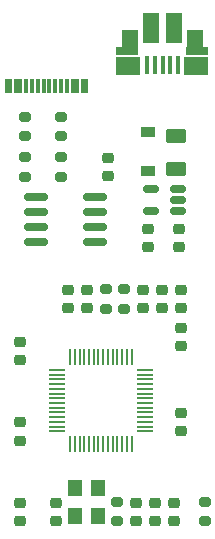
<source format=gbr>
%TF.GenerationSoftware,KiCad,Pcbnew,(6.0.1)*%
%TF.CreationDate,2022-03-04T09:32:41+09:00*%
%TF.ProjectId,yuiop2040,7975696f-7032-4303-9430-2e6b69636164,2*%
%TF.SameCoordinates,Original*%
%TF.FileFunction,Paste,Top*%
%TF.FilePolarity,Positive*%
%FSLAX46Y46*%
G04 Gerber Fmt 4.6, Leading zero omitted, Abs format (unit mm)*
G04 Created by KiCad (PCBNEW (6.0.1)) date 2022-03-04 09:32:41*
%MOMM*%
%LPD*%
G01*
G04 APERTURE LIST*
G04 Aperture macros list*
%AMRoundRect*
0 Rectangle with rounded corners*
0 $1 Rounding radius*
0 $2 $3 $4 $5 $6 $7 $8 $9 X,Y pos of 4 corners*
0 Add a 4 corners polygon primitive as box body*
4,1,4,$2,$3,$4,$5,$6,$7,$8,$9,$2,$3,0*
0 Add four circle primitives for the rounded corners*
1,1,$1+$1,$2,$3*
1,1,$1+$1,$4,$5*
1,1,$1+$1,$6,$7*
1,1,$1+$1,$8,$9*
0 Add four rect primitives between the rounded corners*
20,1,$1+$1,$2,$3,$4,$5,0*
20,1,$1+$1,$4,$5,$6,$7,0*
20,1,$1+$1,$6,$7,$8,$9,0*
20,1,$1+$1,$8,$9,$2,$3,0*%
G04 Aperture macros list end*
%ADD10RoundRect,0.200000X0.275000X-0.200000X0.275000X0.200000X-0.275000X0.200000X-0.275000X-0.200000X0*%
%ADD11RoundRect,0.050000X-0.650000X-0.050000X0.650000X-0.050000X0.650000X0.050000X-0.650000X0.050000X0*%
%ADD12RoundRect,0.050000X-0.050000X-0.650000X0.050000X-0.650000X0.050000X0.650000X-0.050000X0.650000X0*%
%ADD13RoundRect,0.225000X-0.250000X0.225000X-0.250000X-0.225000X0.250000X-0.225000X0.250000X0.225000X0*%
%ADD14RoundRect,0.150000X0.512500X0.150000X-0.512500X0.150000X-0.512500X-0.150000X0.512500X-0.150000X0*%
%ADD15RoundRect,0.225000X0.250000X-0.225000X0.250000X0.225000X-0.250000X0.225000X-0.250000X-0.225000X0*%
%ADD16R,1.200000X0.900000*%
%ADD17RoundRect,0.200000X-0.275000X0.200000X-0.275000X-0.200000X0.275000X-0.200000X0.275000X0.200000X0*%
%ADD18R,1.200000X1.400000*%
%ADD19RoundRect,0.250000X-0.625000X0.375000X-0.625000X-0.375000X0.625000X-0.375000X0.625000X0.375000X0*%
%ADD20RoundRect,0.150000X-0.825000X-0.150000X0.825000X-0.150000X0.825000X0.150000X-0.825000X0.150000X0*%
%ADD21R,0.400000X1.650000*%
%ADD22R,1.430000X2.500000*%
%ADD23R,2.000000X1.500000*%
%ADD24R,1.350000X2.000000*%
%ADD25R,1.825000X0.700000*%
%ADD26R,0.300000X1.150000*%
G04 APERTURE END LIST*
D10*
%TO.C,R2*%
X141400000Y-99025000D03*
X141400000Y-97375000D03*
%TD*%
D11*
%TO.C,U2*%
X135700000Y-104200000D03*
X135700000Y-104600000D03*
X135700000Y-105000000D03*
X135700000Y-105400000D03*
X135700000Y-105800000D03*
X135700000Y-106200000D03*
X135700000Y-106600000D03*
X135700000Y-107000000D03*
X135700000Y-107400000D03*
X135700000Y-107800000D03*
X135700000Y-108200000D03*
X135700000Y-108600000D03*
X135700000Y-109000000D03*
X135700000Y-109400000D03*
D12*
X136800000Y-110500000D03*
X137200000Y-110500000D03*
X137600000Y-110500000D03*
X138000000Y-110500000D03*
X138400000Y-110500000D03*
X138800000Y-110500000D03*
X139200000Y-110500000D03*
X139600000Y-110500000D03*
X140000000Y-110500000D03*
X140400000Y-110500000D03*
X140800000Y-110500000D03*
X141200000Y-110500000D03*
X141600000Y-110500000D03*
X142000000Y-110500000D03*
D11*
X143100000Y-109400000D03*
X143100000Y-109000000D03*
X143100000Y-108600000D03*
X143100000Y-108200000D03*
X143100000Y-107800000D03*
X143100000Y-107400000D03*
X143100000Y-107000000D03*
X143100000Y-106600000D03*
X143100000Y-106200000D03*
X143100000Y-105800000D03*
X143100000Y-105400000D03*
X143100000Y-105000000D03*
X143100000Y-104600000D03*
X143100000Y-104200000D03*
D12*
X142000000Y-103100000D03*
X141600000Y-103100000D03*
X141200000Y-103100000D03*
X140800000Y-103100000D03*
X140400000Y-103100000D03*
X140000000Y-103100000D03*
X139600000Y-103100000D03*
X139200000Y-103100000D03*
X138800000Y-103100000D03*
X138400000Y-103100000D03*
X138000000Y-103100000D03*
X137600000Y-103100000D03*
X137200000Y-103100000D03*
X136800000Y-103100000D03*
%TD*%
D13*
%TO.C,C10*%
X144000000Y-115425000D03*
X144000000Y-116975000D03*
%TD*%
%TO.C,C9*%
X132600000Y-108625000D03*
X132600000Y-110175000D03*
%TD*%
%TO.C,C11*%
X146200000Y-107825000D03*
X146200000Y-109375000D03*
%TD*%
D10*
%TO.C,R1*%
X139800000Y-99025000D03*
X139800000Y-97375000D03*
%TD*%
D14*
%TO.C,U1*%
X145937500Y-90750000D03*
X145937500Y-89800000D03*
X145937500Y-88850000D03*
X143662500Y-88850000D03*
X143662500Y-90750000D03*
%TD*%
D15*
%TO.C,C4*%
X135600000Y-116975000D03*
X135600000Y-115425000D03*
%TD*%
D16*
%TO.C,DS1*%
X143400000Y-87350000D03*
X143400000Y-84050000D03*
%TD*%
D13*
%TO.C,C15*%
X145600000Y-115425000D03*
X145600000Y-116975000D03*
%TD*%
D17*
%TO.C,R7*%
X136000000Y-82750000D03*
X136000000Y-84400000D03*
%TD*%
D13*
%TO.C,C3*%
X132600000Y-115425000D03*
X132600000Y-116975000D03*
%TD*%
D18*
%TO.C,Y1*%
X137250000Y-114200000D03*
X137250000Y-116600000D03*
X139150000Y-116600000D03*
X139150000Y-114200000D03*
%TD*%
D17*
%TO.C,R8*%
X133000000Y-82775000D03*
X133000000Y-84425000D03*
%TD*%
D15*
%TO.C,C12*%
X146200000Y-102175000D03*
X146200000Y-100625000D03*
%TD*%
D13*
%TO.C,C1*%
X146000000Y-92225000D03*
X146000000Y-93775000D03*
%TD*%
D19*
%TO.C,F1*%
X145800000Y-84400000D03*
X145800000Y-87200000D03*
%TD*%
D15*
%TO.C,C7*%
X143000000Y-98975000D03*
X143000000Y-97425000D03*
%TD*%
%TO.C,C14*%
X138200000Y-98975000D03*
X138200000Y-97425000D03*
%TD*%
D17*
%TO.C,R5*%
X133000000Y-86175000D03*
X133000000Y-87825000D03*
%TD*%
D15*
%TO.C,C6*%
X144600000Y-98975000D03*
X144600000Y-97425000D03*
%TD*%
D20*
%TO.C,U3*%
X133925000Y-89520000D03*
X133925000Y-90790000D03*
X133925000Y-92060000D03*
X133925000Y-93330000D03*
X138875000Y-93330000D03*
X138875000Y-92060000D03*
X138875000Y-90790000D03*
X138875000Y-89520000D03*
%TD*%
D15*
%TO.C,C16*%
X136600000Y-98975000D03*
X136600000Y-97425000D03*
%TD*%
D10*
%TO.C,R3*%
X140800000Y-117025000D03*
X140800000Y-115375000D03*
%TD*%
D15*
%TO.C,C13*%
X146200000Y-98975000D03*
X146200000Y-97425000D03*
%TD*%
D13*
%TO.C,C2*%
X143400000Y-92225000D03*
X143400000Y-93775000D03*
%TD*%
D15*
%TO.C,C5*%
X142400000Y-116975000D03*
X142400000Y-115425000D03*
%TD*%
D21*
%TO.C,J1*%
X145925000Y-78365000D03*
X145275000Y-78365000D03*
X144625000Y-78365000D03*
X143975000Y-78365000D03*
X143325000Y-78365000D03*
D22*
X145585000Y-75215000D03*
D23*
X141725000Y-78485000D03*
D24*
X147355000Y-76415000D03*
D22*
X143665000Y-75215000D03*
D23*
X147475000Y-78465000D03*
D24*
X141875000Y-76415000D03*
D25*
X141625000Y-77165000D03*
X147575000Y-77165000D03*
%TD*%
D26*
%TO.C,J2*%
X138150000Y-80185000D03*
X137350000Y-80185000D03*
X136050000Y-80185000D03*
X135050000Y-80185000D03*
X134550000Y-80185000D03*
X133550000Y-80185000D03*
X132250000Y-80185000D03*
X131450000Y-80185000D03*
X131750000Y-80185000D03*
X132550000Y-80185000D03*
X133050000Y-80185000D03*
X134050000Y-80185000D03*
X135550000Y-80185000D03*
X136550000Y-80185000D03*
X137050000Y-80185000D03*
X137850000Y-80185000D03*
%TD*%
D15*
%TO.C,C8*%
X132600000Y-103375000D03*
X132600000Y-101825000D03*
%TD*%
%TO.C,C17*%
X140000000Y-87800000D03*
X140000000Y-86250000D03*
%TD*%
D10*
%TO.C,R6*%
X148200000Y-117025000D03*
X148200000Y-115375000D03*
%TD*%
%TO.C,R4*%
X136000000Y-87825000D03*
X136000000Y-86175000D03*
%TD*%
M02*

</source>
